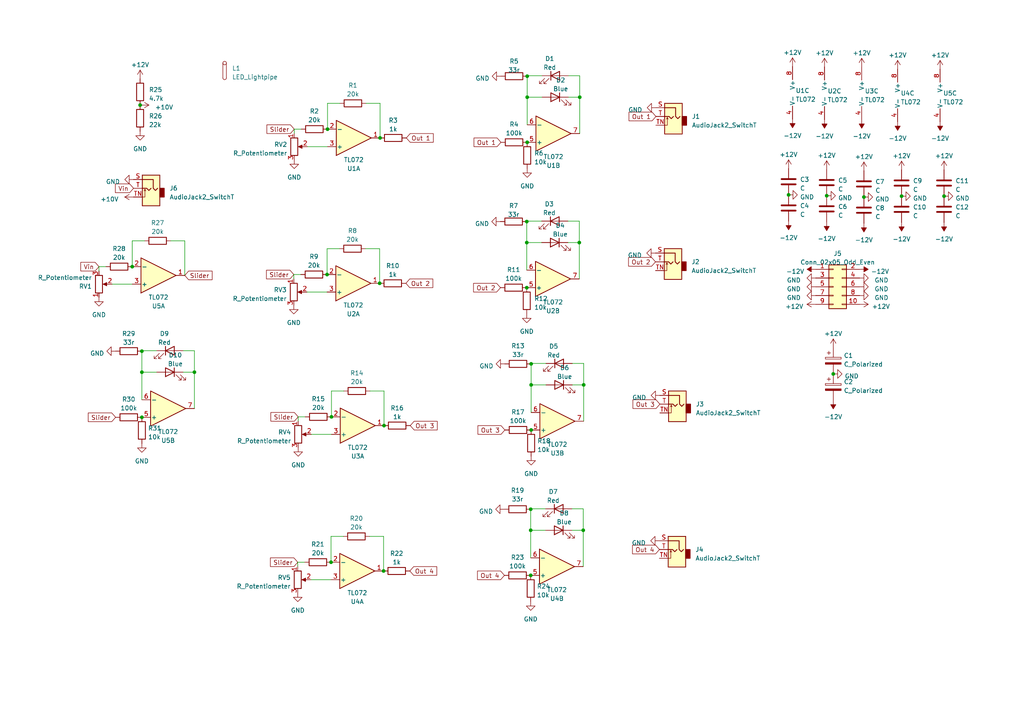
<source format=kicad_sch>
(kicad_sch (version 20230121) (generator eeschema)
  (paper "A4")
  (lib_symbols
    (symbol "Amplifier_Operational:TL072" (pin_names (offset 0.127))
      (property "Reference" "U" (at 0 5.08 0))
      (property "Value" "TL072" (at 0 -5.08 0))
      (symbol "TL072_1_1"
        (polyline (pts (xy -5.08 5.08) (xy 5.08 0) (xy -5.08 -5.08) (xy -5.08 5.08)) (stroke (width 0.254)) (fill (type background)))
        (pin output line (at 7.62 0 180) (length 2.54) (name "~") (number "1"))
        (pin input line (at -7.62 -2.54 0) (length 2.54) (name "-") (number "2"))
        (pin input line (at -7.62 2.54 0) (length 2.54) (name "+") (number "3"))
      )
      (symbol "TL072_2_1"
        (polyline (pts (xy -5.08 5.08) (xy 5.08 0) (xy -5.08 -5.08) (xy -5.08 5.08)) (stroke (width 0.254)) (fill (type background)))
        (pin input line (at -7.62 2.54 0) (length 2.54) (name "+") (number "5"))
        (pin input line (at -7.62 -2.54 0) (length 2.54) (name "-") (number "6"))
        (pin output line (at 7.62 0 180) (length 2.54) (name "~") (number "7"))
      )
      (symbol "TL072_3_1"
        (pin power_in line (at -2.54 -7.62 90) (length 3.81) (name "V-") (number "4"))
        (pin power_in line (at -2.54 7.62 270) (length 3.81) (name "V+") (number "8"))
      )
    )
    (symbol "Connector_Audio:AudioJack2_SwitchT"
      (property "Reference" "J" (at 0 8.89 0))
      (property "Value" "AudioJack2_SwitchT" (at 0 6.35 0))
      (symbol "AudioJack2_SwitchT_0_1"
        (rectangle (start -2.54 0) (end -3.81 -2.54) (stroke (width 0.254)) (fill (type outline)))
        (polyline (pts (xy 1.778 -0.254) (xy 2.032 -0.762)))
        (polyline (pts (xy 0 0) (xy 0.635 -0.635) (xy 1.27 0) (xy 2.54 0)) (stroke (width 0.254)))
        (polyline (pts (xy 2.54 -2.54) (xy 1.778 -2.54) (xy 1.778 -0.254) (xy 1.524 -0.762)))
        (polyline (pts (xy 2.54 2.54) (xy -0.635 2.54) (xy -0.635 0) (xy -1.27 -0.635) (xy -1.905 0)) (stroke (width 0.254)))
        (rectangle (start 2.54 3.81) (end -2.54 -5.08) (stroke (width 0.254)) (fill (type background)))
      )
      (symbol "AudioJack2_SwitchT_1_1"
        (pin passive line (at 5.08 2.54 180) (length 2.54) (name "~") (number "S"))
        (pin passive line (at 5.08 0 180) (length 2.54) (name "~") (number "T"))
        (pin passive line (at 5.08 -2.54 180) (length 2.54) (name "~") (number "TN"))
      )
    )
    (symbol "Connector_Generic:Conn_02x05_Odd_Even" (pin_names (offset 1.016) hide)
      (property "Reference" "J" (at 1.27 7.62 0))
      (property "Value" "Conn_02x05_Odd_Even" (at 1.27 -7.62 0))
      (symbol "Conn_02x05_Odd_Even_1_1"
        (rectangle (start -1.27 -4.953) (end 0 -5.207) (stroke (width 0.1524)))
        (rectangle (start -1.27 -2.413) (end 0 -2.667) (stroke (width 0.1524)))
        (rectangle (start -1.27 0.127) (end 0 -0.127) (stroke (width 0.1524)))
        (rectangle (start -1.27 2.667) (end 0 2.413) (stroke (width 0.1524)))
        (rectangle (start -1.27 5.207) (end 0 4.953) (stroke (width 0.1524)))
        (rectangle (start -1.27 6.35) (end 3.81 -6.35) (stroke (width 0.254)) (fill (type background)))
        (rectangle (start 3.81 -4.953) (end 2.54 -5.207) (stroke (width 0.1524)))
        (rectangle (start 3.81 -2.413) (end 2.54 -2.667) (stroke (width 0.1524)))
        (rectangle (start 3.81 0.127) (end 2.54 -0.127) (stroke (width 0.1524)))
        (rectangle (start 3.81 2.667) (end 2.54 2.413) (stroke (width 0.1524)))
        (rectangle (start 3.81 5.207) (end 2.54 4.953) (stroke (width 0.1524)))
        (pin passive line (at -5.08 5.08 0) (length 3.81) (name "Pin_1") (number "1"))
        (pin passive line (at 7.62 -5.08 180) (length 3.81) (name "Pin_10") (number "10"))
        (pin passive line (at 7.62 5.08 180) (length 3.81) (name "Pin_2") (number "2"))
        (pin passive line (at -5.08 2.54 0) (length 3.81) (name "Pin_3") (number "3"))
        (pin passive line (at 7.62 2.54 180) (length 3.81) (name "Pin_4") (number "4"))
        (pin passive line (at -5.08 0 0) (length 3.81) (name "Pin_5") (number "5"))
        (pin passive line (at 7.62 0 180) (length 3.81) (name "Pin_6") (number "6"))
        (pin passive line (at -5.08 -2.54 0) (length 3.81) (name "Pin_7") (number "7"))
        (pin passive line (at 7.62 -2.54 180) (length 3.81) (name "Pin_8") (number "8"))
        (pin passive line (at -5.08 -5.08 0) (length 3.81) (name "Pin_9") (number "9"))
      )
    )
    (symbol "Device:C" (pin_numbers hide) (pin_names (offset 0.254))
      (property "Reference" "C" (at 0.635 2.54 0))
      (property "Value" "C" (at 0.635 -2.54 0))
      (symbol "C_0_1"
        (polyline (pts (xy -2.032 -0.762) (xy 2.032 -0.762)) (stroke (width 0.508)))
        (polyline (pts (xy -2.032 0.762) (xy 2.032 0.762)) (stroke (width 0.508)))
      )
      (symbol "C_1_1"
        (pin passive line (at 0 3.81 270) (length 2.794) (name "~") (number "1"))
        (pin passive line (at 0 -3.81 90) (length 2.794) (name "~") (number "2"))
      )
    )
    (symbol "Device:C_Polarized" (pin_numbers hide) (pin_names (offset 0.254))
      (property "Reference" "C" (at 0.635 2.54 0))
      (property "Value" "C_Polarized" (at 0.635 -2.54 0))
      (symbol "C_Polarized_0_1"
        (rectangle (start -2.286 0.508) (end 2.286 1.016))
        (polyline (pts (xy -1.778 2.286) (xy -0.762 2.286)))
        (polyline (pts (xy -1.27 2.794) (xy -1.27 1.778)))
        (rectangle (start 2.286 -0.508) (end -2.286 -1.016) (fill (type outline)))
      )
      (symbol "C_Polarized_1_1"
        (pin passive line (at 0 3.81 270) (length 2.794) (name "~") (number "1"))
        (pin passive line (at 0 -3.81 90) (length 2.794) (name "~") (number "2"))
      )
    )
    (symbol "Device:LED" (pin_numbers hide) (pin_names (offset 1.016) hide)
      (property "Reference" "D" (at 0 2.54 0))
      (property "Value" "LED" (at 0 -2.54 0))
      (symbol "LED_0_1"
        (polyline (pts (xy -1.27 -1.27) (xy -1.27 1.27)) (stroke (width 0.254)))
        (polyline (pts (xy -1.27 0) (xy 1.27 0)))
        (polyline (pts (xy 1.27 -1.27) (xy 1.27 1.27) (xy -1.27 0) (xy 1.27 -1.27)) (stroke (width 0.254)))
        (polyline (pts (xy -3.048 -0.762) (xy -4.572 -2.286) (xy -3.81 -2.286) (xy -4.572 -2.286) (xy -4.572 -1.524)))
        (polyline (pts (xy -1.778 -0.762) (xy -3.302 -2.286) (xy -2.54 -2.286) (xy -3.302 -2.286) (xy -3.302 -1.524)))
      )
      (symbol "LED_1_1"
        (pin passive line (at -3.81 0 0) (length 2.54) (name "K") (number "1"))
        (pin passive line (at 3.81 0 180) (length 2.54) (name "A") (number "2"))
      )
    )
    (symbol "Device:R" (pin_numbers hide) (pin_names (offset 0))
      (property "Reference" "R" (at 2.032 0 90))
      (property "Value" "R" (at 0 0 90))
      (symbol "R_0_1"
        (rectangle (start -1.016 -2.54) (end 1.016 2.54) (stroke (width 0.254)))
      )
      (symbol "R_1_1"
        (pin passive line (at 0 3.81 270) (length 1.27) (name "~") (number "1"))
        (pin passive line (at 0 -3.81 90) (length 1.27) (name "~") (number "2"))
      )
    )
    (symbol "Device:R_Potentiometer" (pin_names (offset 1.016) hide)
      (property "Reference" "RV" (at -4.445 0 90))
      (property "Value" "R_Potentiometer" (at -2.54 0 90))
      (symbol "R_Potentiometer_0_1"
        (polyline (pts (xy 2.54 0) (xy 1.524 0)))
        (polyline (pts (xy 1.143 0) (xy 2.286 0.508) (xy 2.286 -0.508) (xy 1.143 0)) (fill (type outline)))
        (rectangle (start 1.016 2.54) (end -1.016 -2.54) (stroke (width 0.254)))
      )
      (symbol "R_Potentiometer_1_1"
        (pin passive line (at 0 3.81 270) (length 1.27) (name "1") (number "1"))
        (pin passive line (at 3.81 0 180) (length 1.27) (name "2") (number "2"))
        (pin passive line (at 0 -3.81 90) (length 1.27) (name "3") (number "3"))
      )
    )
    (symbol "Pale Slim Ghost:LED_Lightpipe"
      (property "Reference" "L" (at 0 0 0))
      (property "Value" "LED_Lightpipe" (at 0 0 0))
      (symbol "LED_Lightpipe_0_1"
        (arc (start -0.508 2.286) (mid 0 1.788) (end 0.508 2.286) (stroke (width 0.1524)))
        (polyline (pts (xy -0.508 6.604) (xy -0.508 2.286)) (stroke (width 0.1524)))
        (polyline (pts (xy 0.508 6.604) (xy 0.508 2.286)) (stroke (width 0.1524)))
        (circle (center 0 6.604) (radius 0.508) (stroke (width 0.1524)))
      )
    )
    (symbol "power:+10V" (power) (pin_names (offset 0))
      (property "Value" "+10V" (at 0 3.556 0))
      (symbol "+10V_0_1"
        (polyline (pts (xy -0.762 1.27) (xy 0 2.54)))
        (polyline (pts (xy 0 0) (xy 0 2.54)))
        (polyline (pts (xy 0 2.54) (xy 0.762 1.27)))
      )
      (symbol "+10V_1_1"
        (pin power_in line (at 0 0 90) (length 0) hide (name "+10V") (number "1"))
      )
    )
    (symbol "power:+12V" (power) (pin_names (offset 0))
      (property "Value" "+12V" (at 0 3.556 0))
      (symbol "+12V_0_1"
        (polyline (pts (xy -0.762 1.27) (xy 0 2.54)))
        (polyline (pts (xy 0 0) (xy 0 2.54)))
        (polyline (pts (xy 0 2.54) (xy 0.762 1.27)))
      )
      (symbol "+12V_1_1"
        (pin power_in line (at 0 0 90) (length 0) hide (name "+12V") (number "1"))
      )
    )
    (symbol "power:-12V" (power) (pin_names (offset 0))
      (property "Value" "-12V" (at 0 3.81 0))
      (symbol "-12V_0_0"
        (pin power_in line (at 0 0 90) (length 0) hide (name "-12V") (number "1"))
      )
      (symbol "-12V_0_1"
        (polyline (pts (xy 0 0) (xy 0 1.27) (xy 0.762 1.27) (xy 0 2.54) (xy -0.762 1.27) (xy 0 1.27)) (fill (type outline)))
      )
    )
    (symbol "power:GND" (power) (pin_names (offset 0))
      (property "Value" "GND" (at 0 -3.81 0))
      (symbol "GND_0_1"
        (polyline (pts (xy 0 0) (xy 0 -1.27) (xy 1.27 -1.27) (xy 0 -2.54) (xy -1.27 -1.27) (xy 0 -1.27)))
      )
      (symbol "GND_1_1"
        (pin power_in line (at 0 0 270) (length 0) hide (name "GND") (number "1"))
      )
    )
  )
  (junction (at 154.051 105.537))
  (junction (at 168.148 28.194))
  (junction (at 261.493 56.896))
  (junction (at 153.924 153.797))
  (junction (at 94.869 79.629))
  (junction (at 152.781 64.262))
  (junction (at 153.924 147.701))
  (junction (at 152.781 83.439))
  (junction (at 153.924 166.878))
  (junction (at 154.051 111.633))
  (junction (at 154.051 124.714))
  (junction (at 41.148 101.854))
  (junction (at 152.908 41.275))
  (junction (at 41.148 107.95))
  (junction (at 111.379 123.444))
  (junction (at 169.291 111.633))
  (junction (at 152.908 28.194))
  (junction (at 152.781 70.358))
  (junction (at 96.139 120.904))
  (junction (at 152.908 22.098))
  (junction (at 273.812 56.896))
  (junction (at 94.996 37.465))
  (junction (at 228.727 56.515))
  (junction (at 250.571 57.15))
  (junction (at 110.109 82.169))
  (junction (at 110.236 40.005))
  (junction (at 168.021 70.358))
  (junction (at 41.148 121.031))
  (junction (at 169.164 153.797))
  (junction (at 40.64 30.48))
  (junction (at 96.012 163.068))
  (junction (at 241.681 108.458))
  (junction (at 111.252 165.608))
  (junction (at 38.354 77.343))
  (junction (at 56.388 107.95))
  (junction (at 239.776 56.769))
  (wire (pts (xy 152.908 36.195) (xy 152.908 28.194)))
  (wire (pts (xy 56.388 107.95) (xy 56.388 118.491)))
  (wire (pts (xy 164.719 70.358) (xy 168.021 70.358)))
  (wire (pts (xy 110.109 82.169) (xy 110.109 72.136)))
  (wire (pts (xy 169.164 153.797) (xy 169.164 164.338)))
  (wire (pts (xy 168.021 70.358) (xy 168.021 80.899)))
  (wire (pts (xy 153.924 161.798) (xy 153.924 153.797)))
  (wire (pts (xy 53.086 101.727) (xy 56.388 101.727)))
  (wire (pts (xy 56.388 101.727) (xy 56.388 107.95)))
  (wire (pts (xy 164.846 21.971) (xy 168.148 21.971)))
  (wire (pts (xy 111.379 123.444) (xy 111.379 113.411)))
  (wire (pts (xy 153.924 147.701) (xy 153.924 147.574)))
  (wire (pts (xy 165.989 111.633) (xy 169.291 111.633)))
  (wire (pts (xy 94.869 72.136) (xy 94.869 79.629)))
  (wire (pts (xy 98.552 29.972) (xy 94.996 29.972)))
  (wire (pts (xy 169.291 111.633) (xy 169.291 122.174)))
  (wire (pts (xy 86.487 120.904) (xy 86.487 122.174)))
  (wire (pts (xy 53.594 79.883) (xy 53.594 69.85)))
  (wire (pts (xy 94.996 29.972) (xy 94.996 37.465)))
  (wire (pts (xy 111.379 113.411) (xy 107.315 113.411)))
  (wire (pts (xy 99.568 155.575) (xy 96.012 155.575)))
  (wire (pts (xy 153.924 147.574) (xy 158.242 147.574)))
  (wire (pts (xy 41.148 101.727) (xy 41.148 101.854)))
  (wire (pts (xy 154.051 119.634) (xy 154.051 111.633)))
  (wire (pts (xy 154.051 111.633) (xy 158.369 111.633)))
  (wire (pts (xy 168.021 64.135) (xy 168.021 70.358)))
  (wire (pts (xy 152.781 64.262) (xy 152.781 64.135)))
  (wire (pts (xy 110.236 40.005) (xy 110.236 29.972)))
  (wire (pts (xy 169.164 147.574) (xy 169.164 153.797)))
  (wire (pts (xy 88.519 120.904) (xy 86.487 120.904)))
  (wire (pts (xy 152.908 28.194) (xy 157.226 28.194)))
  (wire (pts (xy 90.297 125.984) (xy 96.139 125.984)))
  (wire (pts (xy 153.924 153.797) (xy 158.242 153.797)))
  (wire (pts (xy 164.846 28.194) (xy 168.148 28.194)))
  (wire (pts (xy 41.148 115.951) (xy 41.148 107.95)))
  (wire (pts (xy 87.376 37.465) (xy 85.344 37.465)))
  (wire (pts (xy 165.989 105.41) (xy 169.291 105.41)))
  (wire (pts (xy 111.252 155.575) (xy 107.188 155.575)))
  (wire (pts (xy 157.226 21.971) (xy 152.908 21.971)))
  (wire (pts (xy 86.36 163.068) (xy 86.36 164.338)))
  (wire (pts (xy 154.051 105.41) (xy 154.051 105.537)))
  (wire (pts (xy 45.466 101.727) (xy 41.148 101.727)))
  (wire (pts (xy 30.734 77.343) (xy 28.702 77.343)))
  (wire (pts (xy 165.862 153.797) (xy 169.164 153.797)))
  (wire (pts (xy 168.148 21.971) (xy 168.148 28.194)))
  (wire (pts (xy 87.249 79.629) (xy 85.217 79.629)))
  (wire (pts (xy 41.148 107.95) (xy 45.466 107.95)))
  (wire (pts (xy 28.702 77.343) (xy 28.702 78.613)))
  (wire (pts (xy 53.086 107.95) (xy 56.388 107.95)))
  (wire (pts (xy 153.924 153.797) (xy 153.924 147.701)))
  (wire (pts (xy 152.908 21.971) (xy 152.908 22.098)))
  (wire (pts (xy 85.344 37.465) (xy 85.344 38.735)))
  (wire (pts (xy 111.252 165.608) (xy 111.252 155.575)))
  (wire (pts (xy 89.154 42.545) (xy 94.996 42.545)))
  (wire (pts (xy 158.369 105.41) (xy 154.051 105.41)))
  (wire (pts (xy 152.781 64.135) (xy 157.099 64.135)))
  (wire (pts (xy 96.012 155.575) (xy 96.012 163.068)))
  (wire (pts (xy 164.719 64.135) (xy 168.021 64.135)))
  (wire (pts (xy 169.291 105.41) (xy 169.291 111.633)))
  (wire (pts (xy 41.91 69.85) (xy 38.354 69.85)))
  (wire (pts (xy 98.425 72.136) (xy 94.869 72.136)))
  (wire (pts (xy 99.695 113.411) (xy 96.139 113.411)))
  (wire (pts (xy 165.862 147.574) (xy 169.164 147.574)))
  (wire (pts (xy 89.027 84.709) (xy 94.869 84.709)))
  (wire (pts (xy 152.908 28.194) (xy 152.908 22.098)))
  (wire (pts (xy 154.051 111.633) (xy 154.051 105.537)))
  (wire (pts (xy 152.781 70.358) (xy 152.781 64.262)))
  (wire (pts (xy 32.512 82.423) (xy 38.354 82.423)))
  (wire (pts (xy 152.781 78.359) (xy 152.781 70.358)))
  (wire (pts (xy 110.109 72.136) (xy 106.045 72.136)))
  (wire (pts (xy 38.354 69.85) (xy 38.354 77.343)))
  (wire (pts (xy 90.17 168.148) (xy 96.012 168.148)))
  (wire (pts (xy 152.781 70.358) (xy 157.099 70.358)))
  (wire (pts (xy 85.217 79.629) (xy 85.217 80.899)))
  (wire (pts (xy 88.392 163.068) (xy 86.36 163.068)))
  (wire (pts (xy 41.148 107.95) (xy 41.148 101.854)))
  (wire (pts (xy 53.594 69.85) (xy 49.53 69.85)))
  (wire (pts (xy 110.236 29.972) (xy 106.172 29.972)))
  (wire (pts (xy 168.148 28.194) (xy 168.148 38.735)))
  (wire (pts (xy 96.139 113.411) (xy 96.139 120.904)))
  (global_label "Vin" (shape input) (at 38.735 54.61 180) (property "Intersheetrefs" "${INTERSHEET_REFS}" (effects hide)))
  (global_label "Slider" (shape input) (at 33.528 121.031 180) (property "Intersheetrefs" "${INTERSHEET_REFS}" (effects hide)))
  (global_label "Out 3" (shape input) (at 191.389 117.221 180) (property "Intersheetrefs" "${INTERSHEET_REFS}" (effects hide)))
  (global_label "Out 3" (shape input) (at 146.431 124.714 180) (property "Intersheetrefs" "${INTERSHEET_REFS}" (effects hide)))
  (global_label "Out 2" (shape input) (at 145.161 83.439 180) (property "Intersheetrefs" "${INTERSHEET_REFS}" (effects hide)))
  (global_label "Out 3" (shape input) (at 118.999 123.444 0) (property "Intersheetrefs" "${INTERSHEET_REFS}" (effects hide)))
  (global_label "Out 1" (shape input) (at 190.246 33.782 180) (property "Intersheetrefs" "${INTERSHEET_REFS}" (effects hide)))
  (global_label "Slider" (shape input) (at 85.217 79.629 180) (property "Intersheetrefs" "${INTERSHEET_REFS}" (effects hide)))
  (global_label "Out 2" (shape input) (at 117.729 82.169 0) (property "Intersheetrefs" "${INTERSHEET_REFS}" (effects hide)))
  (global_label "Slider" (shape input) (at 53.594 79.883 0) (property "Intersheetrefs" "${INTERSHEET_REFS}" (effects hide)))
  (global_label "Out 4" (shape input) (at 118.872 165.608 0) (property "Intersheetrefs" "${INTERSHEET_REFS}" (effects hide)))
  (global_label "Out 4" (shape input) (at 191.262 159.385 180) (property "Intersheetrefs" "${INTERSHEET_REFS}" (effects hide)))
  (global_label "Out 1" (shape input) (at 117.856 40.005 0) (property "Intersheetrefs" "${INTERSHEET_REFS}" (effects hide)))
  (global_label "Out 2" (shape input) (at 190.119 75.946 180) (property "Intersheetrefs" "${INTERSHEET_REFS}" (effects hide)))
  (global_label "Vin" (shape input) (at 28.702 77.343 180) (property "Intersheetrefs" "${INTERSHEET_REFS}" (effects hide)))
  (global_label "Out 4" (shape input) (at 146.304 166.878 180) (property "Intersheetrefs" "${INTERSHEET_REFS}" (effects hide)))
  (global_label "Out 1" (shape input) (at 145.288 41.275 180) (property "Intersheetrefs" "${INTERSHEET_REFS}" (effects hide)))
  (global_label "Slider" (shape input) (at 86.36 163.068 180) (property "Intersheetrefs" "${INTERSHEET_REFS}" (effects hide)))
  (global_label "Slider" (shape input) (at 86.487 120.904 180) (property "Intersheetrefs" "${INTERSHEET_REFS}" (effects hide)))
  (global_label "Slider" (shape input) (at 85.344 37.465 180) (property "Intersheetrefs" "${INTERSHEET_REFS}" (effects hide)))
  (symbol (lib_id "Connector_Audio:AudioJack2_SwitchT") (at 195.199 75.946 0) (mirror y) (unit 1) (in_bom no)
    (property "Reference" "J2" (at 200.533 75.946 0) (effects (justify right)))
    (property "Value" "AudioJack2_SwitchT" (at 200.533 78.486 0) (effects (justify right)))
    (property "Footprint" "Pale Slim Ghost:Jack_3.5mm_QingPu_WQP-PJ398SM_Vertical" (effects hide))
  )
  (symbol (lib_id "Device:LED") (at 162.052 153.797 0) (mirror y) (unit 1) (in_bom no)
    (property "Reference" "D8" (at 163.6395 148.844 0))
    (property "Value" "Blue" (at 163.6395 151.384 0))
    (property "Footprint" "LED_SMD:LED_0805_2012Metric_Pad1.15x1.40mm_HandSolder" (effects hide))
  )
  (symbol (lib_id "Device:R") (at 45.72 69.85 90) (unit 1)
    (property "Reference" "R27" (at 45.72 64.643 90))
    (property "Value" "20k" (at 45.72 67.183 90))
    (property "Footprint" "Resistor_SMD:R_0402_1005Metric" (effects hide))
    (property "LCSC" "C25765" (effects hide))
  )
  (symbol (lib_id "Device:C_Polarized") (at 241.681 112.268 0) (unit 1)
    (property "Reference" "C2" (at 244.729 110.744 0) (effects (justify left)))
    (property "Value" "C_Polarized" (at 244.729 113.284 0) (effects (justify left)))
    (property "Footprint" "Capacitor_Tantalum_SMD:CP_EIA-3216-18_Kemet-A" (effects hide))
    (property "LCSC" "C7171" (effects hide))
  )
  (symbol (lib_id "power:GND") (at 190.119 73.406 270) (unit 1)
    (property "Reference" "#PWR08" (effects hide))
    (property "Value" "GND" (at 186.182 74.041 90) (effects (justify right)))
  )
  (symbol (lib_id "power:GND") (at 85.217 88.519 0) (unit 1)
    (property "Reference" "#PWR09" (effects hide))
    (property "Value" "GND" (at 85.217 93.599 0))
  )
  (symbol (lib_id "power:+12V") (at 260.35 20.066 0) (unit 1)
    (property "Reference" "#PWR040" (effects hide))
    (property "Value" "+12V" (at 260.35 16.002 0))
  )
  (symbol (lib_id "Amplifier_Operational:TL072") (at 262.89 27.686 0) (unit 3)
    (property "Reference" "U4" (at 261.239 27.051 0) (effects (justify left)))
    (property "Value" "TL072" (at 261.239 29.591 0) (effects (justify left)))
    (property "Footprint" "Package_TO_SOT_SMD:SOT-23-8" (effects hide))
    (property "Datasheet" "http://www.ti.com/lit/ds/symlink/tl071.pdf" (effects hide))
    (property "LCSC" "C4370550" (effects hide))
  )
  (symbol (lib_id "power:GND") (at 146.304 147.701 270) (unit 1)
    (property "Reference" "#PWR015" (effects hide))
    (property "Value" "GND" (at 143.002 148.336 90) (effects (justify right)))
  )
  (symbol (lib_id "Device:R") (at 150.241 124.714 270) (unit 1)
    (property "Reference" "R17" (at 150.241 119.507 90))
    (property "Value" "100k" (at 150.241 122.047 90))
    (property "Footprint" "Resistor_SMD:R_0402_1005Metric" (effects hide))
    (property "LCSC" "C25741" (effects hide))
  )
  (symbol (lib_id "Device:R") (at 92.202 163.068 90) (unit 1)
    (property "Reference" "R21" (at 92.202 157.861 90))
    (property "Value" "20k" (at 92.202 160.401 90))
    (property "Footprint" "Resistor_SMD:R_0402_1005Metric" (effects hide))
    (property "LCSC" "C25765" (effects hide))
  )
  (symbol (lib_id "Device:R") (at 92.329 120.904 90) (unit 1)
    (property "Reference" "R15" (at 92.329 115.697 90))
    (property "Value" "20k" (at 92.329 118.237 90))
    (property "Footprint" "Resistor_SMD:R_0402_1005Metric" (effects hide))
    (property "LCSC" "C25765" (effects hide))
  )
  (symbol (lib_id "power:+10V") (at 38.735 57.15 90) (mirror x) (unit 1)
    (property "Reference" "#PWR06" (effects hide))
    (property "Value" "+10V" (at 34.417 57.785 90) (effects (justify left)))
  )
  (symbol (lib_id "power:GND") (at 152.781 91.059 0) (unit 1)
    (property "Reference" "#PWR010" (effects hide))
    (property "Value" "GND" (at 152.781 96.139 0))
  )
  (symbol (lib_id "power:-12V") (at 249.936 34.671 180) (unit 1)
    (property "Reference" "#PWR039" (effects hide))
    (property "Value" "-12V" (at 249.936 39.497 0))
  )
  (symbol (lib_id "power:-12V") (at 236.601 78.105 90) (unit 1)
    (property "Reference" "#PWR055" (effects hide))
    (property "Value" "-12V" (at 233.299 78.74 90) (effects (justify left)))
  )
  (symbol (lib_id "power:GND") (at 146.431 105.537 270) (unit 1)
    (property "Reference" "#PWR011" (effects hide))
    (property "Value" "GND" (at 143.129 106.172 90) (effects (justify right)))
  )
  (symbol (lib_id "power:GND") (at 190.246 31.242 270) (unit 1)
    (property "Reference" "#PWR04" (effects hide))
    (property "Value" "GND" (at 186.309 31.877 90) (effects (justify right)))
  )
  (symbol (lib_id "power:GND") (at 33.528 101.854 270) (unit 1)
    (property "Reference" "#PWR046" (effects hide))
    (property "Value" "GND" (at 30.226 102.489 90) (effects (justify right)))
  )
  (symbol (lib_id "power:GND") (at 239.776 56.769 90) (unit 1)
    (property "Reference" "#PWR026" (effects hide))
    (property "Value" "GND" (at 243.078 57.404 90) (effects (justify right)))
  )
  (symbol (lib_id "Amplifier_Operational:TL072") (at 232.41 26.924 0) (unit 3)
    (property "Reference" "U1" (at 230.759 26.289 0) (effects (justify left)))
    (property "Value" "TL072" (at 230.759 28.829 0) (effects (justify left)))
    (property "Footprint" "Package_TO_SOT_SMD:SOT-23-8" (effects hide))
    (property "Datasheet" "http://www.ti.com/lit/ds/symlink/tl071.pdf" (effects hide))
    (property "LCSC" "C4370550" (effects hide))
  )
  (symbol (lib_id "Device:R") (at 148.971 64.262 270) (unit 1)
    (property "Reference" "R7" (at 148.971 59.69 90))
    (property "Value" "33r" (at 148.971 62.23 90))
    (property "Footprint" "Resistor_SMD:R_0402_1005Metric" (effects hide))
    (property "LCSC" "C25105" (effects hide))
  )
  (symbol (lib_id "Device:LED") (at 162.179 111.633 0) (mirror y) (unit 1) (in_bom no)
    (property "Reference" "D6" (at 163.7665 106.68 0))
    (property "Value" "Blue" (at 163.7665 109.22 0))
    (property "Footprint" "LED_SMD:LED_0805_2012Metric_Pad1.15x1.40mm_HandSolder" (effects hide))
  )
  (symbol (lib_id "power:GND") (at 40.64 38.1 0) (unit 1)
    (property "Reference" "#PWR044" (effects hide))
    (property "Value" "GND" (at 40.64 43.18 0))
  )
  (symbol (lib_id "power:+10V") (at 40.64 30.48 270) (unit 1)
    (property "Reference" "#PWR042" (effects hide))
    (property "Value" "+10V" (at 44.958 31.115 90) (effects (justify left)))
  )
  (symbol (lib_id "power:GND") (at 261.493 56.896 90) (unit 1)
    (property "Reference" "#PWR032" (effects hide))
    (property "Value" "GND" (at 264.795 57.531 90) (effects (justify right)))
  )
  (symbol (lib_id "Device:LED") (at 49.276 107.95 0) (mirror y) (unit 1) (in_bom no)
    (property "Reference" "D10" (at 50.8635 102.997 0))
    (property "Value" "Blue" (at 50.8635 105.537 0))
    (property "Footprint" "LED_SMD:LED_0805_2012Metric_Pad1.15x1.40mm_HandSolder" (effects hide))
  )
  (symbol (lib_id "power:-12V") (at 249.301 78.105 270) (mirror x) (unit 1)
    (property "Reference" "#PWR058" (effects hide))
    (property "Value" "-12V" (at 252.603 78.74 90) (effects (justify left)))
  )
  (symbol (lib_id "power:GND") (at 191.262 156.845 270) (unit 1)
    (property "Reference" "#PWR016" (effects hide))
    (property "Value" "GND" (at 187.325 157.48 90) (effects (justify right)))
  )
  (symbol (lib_id "Amplifier_Operational:TL072") (at 161.544 164.338 0) (mirror x) (unit 2)
    (property "Reference" "U4" (at 161.544 173.609 0))
    (property "Value" "TL072" (at 161.544 171.069 0))
    (property "Footprint" "Package_TO_SOT_SMD:SOT-23-8" (effects hide))
    (property "Datasheet" "http://www.ti.com/lit/ds/symlink/tl071.pdf" (effects hide))
    (property "LCSC" "C4370550" (effects hide))
  )
  (symbol (lib_id "Device:R") (at 37.338 121.031 270) (unit 1)
    (property "Reference" "R30" (at 37.338 115.824 90))
    (property "Value" "100k" (at 37.338 118.364 90))
    (property "Footprint" "Resistor_SMD:R_0402_1005Metric" (effects hide))
    (property "LCSC" "C25741" (effects hide))
  )
  (symbol (lib_id "power:+12V") (at 273.812 49.276 0) (unit 1)
    (property "Reference" "#PWR050" (effects hide))
    (property "Value" "+12V" (at 273.812 45.212 0))
  )
  (symbol (lib_id "power:GND") (at 86.487 129.794 0) (unit 1)
    (property "Reference" "#PWR013" (effects hide))
    (property "Value" "GND" (at 86.487 134.874 0))
  )
  (symbol (lib_id "Amplifier_Operational:TL072") (at 102.489 82.169 0) (mirror x) (unit 1)
    (property "Reference" "U2" (at 102.489 91.059 0))
    (property "Value" "TL072" (at 102.489 88.519 0))
    (property "Footprint" "Package_TO_SOT_SMD:SOT-23-8" (effects hide))
    (property "Datasheet" "http://www.ti.com/lit/ds/symlink/tl071.pdf" (effects hide))
    (property "LCSC" "C4370550" (effects hide))
  )
  (symbol (lib_id "Device:R_Potentiometer") (at 86.36 168.148 0) (unit 1) (in_bom no)
    (property "Reference" "RV5" (at 84.328 167.513 0) (effects (justify right)))
    (property "Value" "R_Potentiometer" (at 84.328 170.053 0) (effects (justify right)))
    (property "Footprint" "Pale Slim Ghost:Potentiometer_Song_Huei_R0904N" (effects hide))
  )
  (symbol (lib_id "power:GND") (at 273.812 56.896 90) (unit 1)
    (property "Reference" "#PWR051" (effects hide))
    (property "Value" "GND" (at 277.114 57.531 90) (effects (justify right)))
  )
  (symbol (lib_id "Connector_Generic:Conn_02x05_Odd_Even") (at 241.681 83.185 0) (unit 1) (in_bom no)
    (property "Reference" "J5" (at 242.951 73.533 0))
    (property "Value" "Conn_02x05_Odd_Even" (at 242.951 76.073 0))
    (property "Footprint" "Connector_PinHeader_2.54mm:PinHeader_2x05_P2.54mm_Vertical_SMD" (effects hide))
  )
  (symbol (lib_id "Device:R_Potentiometer") (at 85.217 84.709 0) (unit 1) (in_bom no)
    (property "Reference" "RV3" (at 83.185 84.074 0) (effects (justify right)))
    (property "Value" "R_Potentiometer" (at 83.185 86.614 0) (effects (justify right)))
    (property "Footprint" "Pale Slim Ghost:Potentiometer_Song_Huei_R0904N" (effects hide))
  )
  (symbol (lib_id "power:+12V") (at 249.936 19.431 0) (unit 1)
    (property "Reference" "#PWR038" (effects hide))
    (property "Value" "+12V" (at 249.936 15.367 0))
  )
  (symbol (lib_id "Device:R") (at 103.378 155.575 90) (unit 1)
    (property "Reference" "R20" (at 103.378 150.368 90))
    (property "Value" "20k" (at 103.378 152.908 90))
    (property "Footprint" "Resistor_SMD:R_0402_1005Metric" (effects hide))
    (property "LCSC" "C25765" (effects hide))
  )
  (symbol (lib_id "Device:R_Potentiometer") (at 86.487 125.984 0) (unit 1) (in_bom no)
    (property "Reference" "RV4" (at 84.455 125.349 0) (effects (justify right)))
    (property "Value" "R_Potentiometer" (at 84.455 127.889 0) (effects (justify right)))
    (property "Footprint" "Pale Slim Ghost:Potentiometer_Song_Huei_R0904N" (effects hide))
  )
  (symbol (lib_id "power:GND") (at 249.301 80.645 90) (mirror x) (unit 1)
    (property "Reference" "#PWR059" (effects hide))
    (property "Value" "GND" (at 253.619 81.28 90) (effects (justify right)))
  )
  (symbol (lib_id "Device:R") (at 114.046 40.005 90) (unit 1)
    (property "Reference" "R3" (at 114.046 34.925 90))
    (property "Value" "1k" (at 114.046 37.465 90))
    (property "Footprint" "Resistor_SMD:R_0402_1005Metric" (effects hide))
    (property "LCSC" "C11702" (effects hide))
  )
  (symbol (lib_id "power:+12V") (at 239.776 49.149 0) (unit 1)
    (property "Reference" "#PWR025" (effects hide))
    (property "Value" "+12V" (at 239.776 45.085 0))
  )
  (symbol (lib_id "power:-12V") (at 273.812 64.516 180) (unit 1)
    (property "Reference" "#PWR052" (effects hide))
    (property "Value" "-12V" (at 273.812 69.342 0))
  )
  (symbol (lib_id "Amplifier_Operational:TL072") (at 275.209 27.686 0) (unit 3)
    (property "Reference" "U5" (at 273.558 27.051 0) (effects (justify left)))
    (property "Value" "TL072" (at 273.558 29.591 0) (effects (justify left)))
    (property "Footprint" "Package_TO_SOT_SMD:SOT-23-8" (effects hide))
    (property "Datasheet" "http://www.ti.com/lit/ds/symlink/tl071.pdf" (effects hide))
    (property "LCSC" "C4370550" (effects hide))
  )
  (symbol (lib_id "power:GND") (at 250.571 57.15 90) (unit 1)
    (property "Reference" "#PWR029" (effects hide))
    (property "Value" "GND" (at 253.873 57.785 90) (effects (justify right)))
  )
  (symbol (lib_id "power:-12V") (at 272.669 35.306 180) (unit 1)
    (property "Reference" "#PWR049" (effects hide))
    (property "Value" "-12V" (at 272.669 40.132 0))
  )
  (symbol (lib_id "Amplifier_Operational:TL072") (at 160.401 80.899 0) (mirror x) (unit 2)
    (property "Reference" "U2" (at 160.401 90.17 0))
    (property "Value" "TL072" (at 160.401 87.63 0))
    (property "Footprint" "Package_TO_SOT_SMD:SOT-23-8" (effects hide))
    (property "Datasheet" "http://www.ti.com/lit/ds/symlink/tl071.pdf" (effects hide))
    (property "LCSC" "C4370550" (effects hide))
  )
  (symbol (lib_id "Device:R") (at 113.919 82.169 90) (unit 1)
    (property "Reference" "R10" (at 113.919 77.089 90))
    (property "Value" "1k" (at 113.919 79.629 90))
    (property "Footprint" "Resistor_SMD:R_0402_1005Metric" (effects hide))
    (property "LCSC" "C11702" (effects hide))
  )
  (symbol (lib_id "power:GND") (at 154.051 132.334 0) (unit 1)
    (property "Reference" "#PWR014" (effects hide))
    (property "Value" "GND" (at 154.051 137.414 0))
  )
  (symbol (lib_id "Device:R") (at 91.059 79.629 90) (unit 1)
    (property "Reference" "R9" (at 91.059 74.422 90))
    (property "Value" "20k" (at 91.059 76.962 90))
    (property "Footprint" "Resistor_SMD:R_0402_1005Metric" (effects hide))
    (property "LCSC" "C25765" (effects hide))
  )
  (symbol (lib_id "power:+12V") (at 229.87 19.304 0) (unit 1)
    (property "Reference" "#PWR034" (effects hide))
    (property "Value" "+12V" (at 229.87 15.24 0))
  )
  (symbol (lib_id "Pale Slim Ghost:LED_Lightpipe") (at 65.151 24.892 0) (unit 1) (in_bom no)
    (property "Reference" "L1" (at 67.31 19.807 0) (effects (justify left)))
    (property "Value" "LED_Lightpipe" (at 67.31 22.347 0) (effects (justify left)))
    (property "Footprint" "Pale Slim Ghost:VBL Lightpipe" (effects hide))
  )
  (symbol (lib_id "Device:LED") (at 49.276 101.727 0) (unit 1) (in_bom no)
    (property "Reference" "D9" (at 47.6885 96.774 0))
    (property "Value" "Red" (at 47.6885 99.314 0))
    (property "Footprint" "LED_SMD:LED_0805_2012Metric_Pad1.15x1.40mm_HandSolder" (effects hide))
  )
  (symbol (lib_id "Amplifier_Operational:TL072") (at 103.632 165.608 0) (mirror x) (unit 1)
    (property "Reference" "U4" (at 103.632 174.498 0))
    (property "Value" "TL072" (at 103.632 171.958 0))
    (property "Footprint" "Package_TO_SOT_SMD:SOT-23-8" (effects hide))
    (property "Datasheet" "http://www.ti.com/lit/ds/symlink/tl071.pdf" (effects hide))
    (property "LCSC" "C4370550" (effects hide))
  )
  (symbol (lib_id "Device:LED") (at 162.052 147.574 0) (unit 1) (in_bom no)
    (property "Reference" "D7" (at 160.4645 142.621 0))
    (property "Value" "Red" (at 160.4645 145.161 0))
    (property "Footprint" "LED_SMD:LED_0805_2012Metric_Pad1.15x1.40mm_HandSolder" (effects hide))
  )
  (symbol (lib_id "power:GND") (at 85.344 46.355 0) (unit 1)
    (property "Reference" "#PWR01" (effects hide))
    (property "Value" "GND" (at 85.344 51.435 0))
  )
  (symbol (lib_id "Connector_Audio:AudioJack2_SwitchT") (at 196.342 159.385 0) (mirror y) (unit 1) (in_bom no)
    (property "Reference" "J4" (at 201.676 159.385 0) (effects (justify right)))
    (property "Value" "AudioJack2_SwitchT" (at 201.676 161.925 0) (effects (justify right)))
    (property "Footprint" "Pale Slim Ghost:Jack_3.5mm_QingPu_WQP-PJ398SM_Vertical" (effects hide))
  )
  (symbol (lib_id "Device:C_Polarized") (at 241.681 104.648 0) (unit 1)
    (property "Reference" "C1" (at 244.729 103.124 0) (effects (justify left)))
    (property "Value" "C_Polarized" (at 244.729 105.664 0) (effects (justify left)))
    (property "Footprint" "Capacitor_Tantalum_SMD:CP_EIA-3216-18_Kemet-A" (effects hide))
    (property "LCSC" "C7171" (effects hide))
  )
  (symbol (lib_id "Device:C") (at 261.493 53.086 0) (unit 1)
    (property "Reference" "C9" (at 264.795 52.451 0) (effects (justify left)))
    (property "Value" "C" (at 264.795 54.991 0) (effects (justify left)))
    (property "Footprint" "Capacitor_SMD:C_0402_1005Metric" (effects hide))
    (property "LCSC" "C1525" (effects hide))
  )
  (symbol (lib_id "Device:R") (at 148.971 83.439 270) (unit 1)
    (property "Reference" "R11" (at 148.971 78.232 90))
    (property "Value" "100k" (at 148.971 80.772 90))
    (property "Footprint" "Resistor_SMD:R_0402_1005Metric" (effects hide))
    (property "LCSC" "C25741" (effects hide))
  )
  (symbol (lib_id "Device:LED") (at 161.036 28.194 0) (mirror y) (unit 1) (in_bom no)
    (property "Reference" "D2" (at 162.6235 23.241 0))
    (property "Value" "Blue" (at 162.6235 25.781 0))
    (property "Footprint" "LED_SMD:LED_0805_2012Metric_Pad1.15x1.40mm_HandSolder" (effects hide))
  )
  (symbol (lib_id "power:+12V") (at 250.571 49.53 0) (unit 1)
    (property "Reference" "#PWR028" (effects hide))
    (property "Value" "+12V" (at 250.571 45.466 0))
  )
  (symbol (lib_id "power:-12V") (at 261.493 64.516 180) (unit 1)
    (property "Reference" "#PWR033" (effects hide))
    (property "Value" "-12V" (at 261.493 69.342 0))
  )
  (symbol (lib_id "power:-12V") (at 241.681 116.078 180) (unit 1)
    (property "Reference" "#PWR021" (effects hide))
    (property "Value" "-12V" (at 241.681 120.904 0))
  )
  (symbol (lib_id "Amplifier_Operational:TL072") (at 252.476 27.051 0) (unit 3)
    (property "Reference" "U3" (at 250.825 26.416 0) (effects (justify left)))
    (property "Value" "TL072" (at 250.825 28.956 0) (effects (justify left)))
    (property "Footprint" "Package_TO_SOT_SMD:SOT-23-8" (effects hide))
    (property "Datasheet" "http://www.ti.com/lit/ds/symlink/tl071.pdf" (effects hide))
    (property "LCSC" "C4370550" (effects hide))
  )
  (symbol (lib_id "Device:R") (at 152.908 45.085 0) (unit 1)
    (property "Reference" "R6" (at 154.94 44.45 0) (effects (justify left)))
    (property "Value" "10k" (at 154.94 46.99 0) (effects (justify left)))
    (property "Footprint" "Resistor_SMD:R_0402_1005Metric" (effects hide))
    (property "LCSC" "C25744" (effects hide))
  )
  (symbol (lib_id "power:GND") (at 152.908 48.895 0) (unit 1)
    (property "Reference" "#PWR02" (effects hide))
    (property "Value" "GND" (at 152.908 53.975 0))
  )
  (symbol (lib_id "Device:R") (at 37.338 101.854 270) (unit 1)
    (property "Reference" "R29" (at 37.338 96.774 90))
    (property "Value" "33r" (at 37.338 99.314 90))
    (property "Footprint" "Resistor_SMD:R_0402_1005Metric" (effects hide))
    (property "LCSC" "C25105" (effects hide))
  )
  (symbol (lib_id "Device:C") (at 273.812 53.086 0) (unit 1)
    (property "Reference" "C11" (at 277.114 52.451 0) (effects (justify left)))
    (property "Value" "C" (at 277.114 54.991 0) (effects (justify left)))
    (property "Footprint" "Capacitor_SMD:C_0402_1005Metric" (effects hide))
    (property "LCSC" "C1525" (effects hide))
  )
  (symbol (lib_id "power:GND") (at 236.601 85.725 270) (unit 1)
    (property "Reference" "#PWR054" (effects hide))
    (property "Value" "GND" (at 232.283 86.36 90) (effects (justify right)))
  )
  (symbol (lib_id "power:GND") (at 249.301 83.185 90) (mirror x) (unit 1)
    (property "Reference" "#PWR060" (effects hide))
    (property "Value" "GND" (at 253.619 83.82 90) (effects (justify right)))
  )
  (symbol (lib_id "Amplifier_Operational:TL072") (at 103.759 123.444 0) (mirror x) (unit 1)
    (property "Reference" "U3" (at 103.759 132.334 0))
    (property "Value" "TL072" (at 103.759 129.794 0))
    (property "Footprint" "Package_TO_SOT_SMD:SOT-23-8" (effects hide))
    (property "Datasheet" "http://www.ti.com/lit/ds/symlink/tl071.pdf" (effects hide))
    (property "LCSC" "C4370550" (effects hide))
  )
  (symbol (lib_id "Device:R_Potentiometer") (at 85.344 42.545 0) (unit 1) (in_bom no)
    (property "Reference" "RV2" (at 83.312 41.91 0) (effects (justify right)))
    (property "Value" "R_Potentiometer" (at 83.312 44.45 0) (effects (justify right)))
    (property "Footprint" "Pale Slim Ghost:Potentiometer_Song_Huei_R0904N" (effects hide))
  )
  (symbol (lib_id "power:GND") (at 228.727 56.515 90) (unit 1)
    (property "Reference" "#PWR023" (effects hide))
    (property "Value" "GND" (at 232.029 57.15 90) (effects (justify right)))
  )
  (symbol (lib_id "Device:R") (at 41.148 124.841 0) (unit 1)
    (property "Reference" "R31" (at 42.926 124.206 0) (effects (justify left)))
    (property "Value" "10k" (at 42.926 126.746 0) (effects (justify left)))
    (property "Footprint" "Resistor_SMD:R_0402_1005Metric" (effects hide))
    (property "LCSC" "C25744" (effects hide))
  )
  (symbol (lib_id "Device:R") (at 34.544 77.343 90) (unit 1)
    (property "Reference" "R28" (at 34.544 72.136 90))
    (property "Value" "20k" (at 34.544 74.676 90))
    (property "Footprint" "Resistor_SMD:R_0402_1005Metric" (effects hide))
    (property "LCSC" "C25765" (effects hide))
  )
  (symbol (lib_id "Device:R") (at 102.362 29.972 90) (unit 1)
    (property "Reference" "R1" (at 102.362 24.765 90))
    (property "Value" "20k" (at 102.362 27.305 90))
    (property "Footprint" "Resistor_SMD:R_0402_1005Metric" (effects hide))
    (property "LCSC" "C25765" (effects hide))
  )
  (symbol (lib_id "Device:R") (at 102.235 72.136 90) (unit 1)
    (property "Reference" "R8" (at 102.235 66.929 90))
    (property "Value" "20k" (at 102.235 69.469 90))
    (property "Footprint" "Resistor_SMD:R_0402_1005Metric" (effects hide))
    (property "LCSC" "C25765" (effects hide))
  )
  (symbol (lib_id "Device:R") (at 150.114 147.701 270) (unit 1)
    (property "Reference" "R19" (at 150.114 142.24 90))
    (property "Value" "33r" (at 150.114 144.78 90))
    (property "Footprint" "Resistor_SMD:R_0402_1005Metric" (effects hide))
    (property "LCSC" "C25105" (effects hide))
  )
  (symbol (lib_id "power:-12V") (at 239.141 34.671 180) (unit 1)
    (property "Reference" "#PWR037" (effects hide))
    (property "Value" "-12V" (at 239.141 39.497 0))
  )
  (symbol (lib_id "power:+12V") (at 40.64 22.86 0) (unit 1)
    (property "Reference" "#PWR043" (effects hide))
    (property "Value" "+12V" (at 40.64 18.796 0))
  )
  (symbol (lib_id "Device:C") (at 228.727 52.705 0) (unit 1)
    (property "Reference" "C3" (at 232.029 52.07 0) (effects (justify left)))
    (property "Value" "C" (at 232.029 54.61 0) (effects (justify left)))
    (property "Footprint" "Capacitor_SMD:C_0402_1005Metric" (effects hide))
    (property "LCSC" "C1525" (effects hide))
  )
  (symbol (lib_id "Device:LED") (at 160.909 64.135 0) (unit 1) (in_bom no)
    (property "Reference" "D3" (at 159.3215 59.182 0))
    (property "Value" "Red" (at 159.3215 61.722 0))
    (property "Footprint" "LED_SMD:LED_0805_2012Metric_Pad1.15x1.40mm_HandSolder" (effects hide))
  )
  (symbol (lib_id "power:GND") (at 28.702 86.233 0) (unit 1)
    (property "Reference" "#PWR045" (effects hide))
    (property "Value" "GND" (at 28.702 91.313 0))
  )
  (symbol (lib_id "power:-12V") (at 250.571 64.77 180) (unit 1)
    (property "Reference" "#PWR030" (effects hide))
    (property "Value" "-12V" (at 250.571 69.596 0))
  )
  (symbol (lib_id "Device:C") (at 273.812 60.706 0) (unit 1)
    (property "Reference" "C12" (at 277.114 60.071 0) (effects (justify left)))
    (property "Value" "C" (at 277.114 62.611 0) (effects (justify left)))
    (property "Footprint" "Capacitor_SMD:C_0402_1005Metric" (effects hide))
    (property "LCSC" "C1525" (effects hide))
  )
  (symbol (lib_id "Connector_Audio:AudioJack2_SwitchT") (at 43.815 54.61 0) (mirror y) (unit 1) (in_bom no)
    (property "Reference" "J6" (at 49.149 54.61 0) (effects (justify right)))
    (property "Value" "AudioJack2_SwitchT" (at 49.149 57.15 0) (effects (justify right)))
    (property "Footprint" "Pale Slim Ghost:Jack_3.5mm_QingPu_WQP-PJ398SM_Vertical" (effects hide))
  )
  (symbol (lib_id "Device:R") (at 91.186 37.465 90) (unit 1)
    (property "Reference" "R2" (at 91.186 32.258 90))
    (property "Value" "20k" (at 91.186 34.798 90))
    (property "Footprint" "Resistor_SMD:R_0402_1005Metric" (effects hide))
    (property "LCSC" "C25765" (effects hide))
  )
  (symbol (lib_id "power:-12V") (at 239.776 64.389 180) (unit 1)
    (property "Reference" "#PWR027" (effects hide))
    (property "Value" "-12V" (at 239.776 69.215 0))
  )
  (symbol (lib_id "Device:R") (at 152.781 87.249 0) (unit 1)
    (property "Reference" "R12" (at 154.94 86.614 0) (effects (justify left)))
    (property "Value" "10k" (at 154.94 89.154 0) (effects (justify left)))
    (property "Footprint" "Resistor_SMD:R_0402_1005Metric" (effects hide))
    (property "LCSC" "C25744" (effects hide))
  )
  (symbol (lib_id "Device:C") (at 239.776 60.579 0) (unit 1)
    (property "Reference" "C6" (at 243.078 59.944 0) (effects (justify left)))
    (property "Value" "C" (at 243.078 62.484 0) (effects (justify left)))
    (property "Footprint" "Capacitor_SMD:C_0402_1005Metric" (effects hide))
    (property "LCSC" "C1525" (effects hide))
  )
  (symbol (lib_id "power:+12V") (at 228.727 48.895 0) (unit 1)
    (property "Reference" "#PWR022" (effects hide))
    (property "Value" "+12V" (at 228.727 44.831 0))
  )
  (symbol (lib_id "power:+12V") (at 261.493 49.276 0) (unit 1)
    (property "Reference" "#PWR031" (effects hide))
    (property "Value" "+12V" (at 261.493 45.212 0))
  )
  (symbol (lib_id "Device:LED") (at 162.179 105.41 0) (unit 1) (in_bom no)
    (property "Reference" "D5" (at 160.5915 100.457 0))
    (property "Value" "Red" (at 160.5915 102.997 0))
    (property "Footprint" "LED_SMD:LED_0805_2012Metric_Pad1.15x1.40mm_HandSolder" (effects hide))
  )
  (symbol (lib_id "Device:R") (at 149.098 22.098 270) (unit 1)
    (property "Reference" "R5" (at 149.098 17.78 90))
    (property "Value" "33r" (at 149.098 20.32 90))
    (property "Footprint" "Resistor_SMD:R_0402_1005Metric" (effects hide))
    (property "LCSC" "C25105" (effects hide))
  )
  (symbol (lib_id "power:GND") (at 241.681 108.458 90) (unit 1)
    (property "Reference" "#PWR019" (effects hide))
    (property "Value" "GND" (at 244.983 109.093 90) (effects (justify right)))
  )
  (symbol (lib_id "power:GND") (at 38.735 52.07 270) (unit 1)
    (property "Reference" "#PWR05" (effects hide))
    (property "Value" "GND" (at 34.798 52.705 90) (effects (justify right)))
  )
  (symbol (lib_id "Device:C") (at 228.727 60.325 0) (unit 1)
    (property "Reference" "C4" (at 232.029 59.69 0) (effects (justify left)))
    (property "Value" "C" (at 232.029 62.23 0) (effects (justify left)))
    (property "Footprint" "Capacitor_SMD:C_0402_1005Metric" (effects hide))
    (property "LCSC" "C1525" (effects hide))
  )
  (symbol (lib_id "Device:R") (at 103.505 113.411 90) (unit 1)
    (property "Reference" "R14" (at 103.505 108.204 90))
    (property "Value" "20k" (at 103.505 110.744 90))
    (property "Footprint" "Resistor_SMD:R_0402_1005Metric" (effects hide))
    (property "LCSC" "C25765" (effects hide))
  )
  (symbol (lib_id "Device:R") (at 40.64 26.67 0) (unit 1)
    (property "Reference" "R25" (at 43.18 26.035 0) (effects (justify left)))
    (property "Value" "4.7k" (at 43.18 28.575 0) (effects (justify left)))
    (property "Footprint" "Resistor_SMD:R_0402_1005Metric" (effects hide))
    (property "LCSC" "C25900" (effects hide))
  )
  (symbol (lib_id "Device:C") (at 261.493 60.706 0) (unit 1)
    (property "Reference" "C10" (at 264.795 60.071 0) (effects (justify left)))
    (property "Value" "C" (at 264.795 62.611 0) (effects (justify left)))
    (property "Footprint" "Capacitor_SMD:C_0402_1005Metric" (effects hide))
    (property "LCSC" "C1525" (effects hide))
  )
  (symbol (lib_id "Device:R") (at 115.189 123.444 90) (unit 1)
    (property "Reference" "R16" (at 115.189 118.364 90))
    (property "Value" "1k" (at 115.189 120.904 90))
    (property "Footprint" "Resistor_SMD:R_0402_1005Metric" (effects hide))
    (property "LCSC" "C11702" (effects hide))
  )
  (symbol (lib_id "Device:R") (at 150.241 105.537 270) (unit 1)
    (property "Reference" "R13" (at 150.241 100.33 90))
    (property "Value" "33r" (at 150.241 102.87 90))
    (property "Footprint" "Resistor_SMD:R_0402_1005Metric" (effects hide))
    (property "LCSC" "C25105" (effects hide))
  )
  (symbol (lib_id "power:GND") (at 249.301 85.725 90) (mirror x) (unit 1)
    (property "Reference" "#PWR061" (effects hide))
    (property "Value" "GND" (at 253.619 86.36 90) (effects (justify right)))
  )
  (symbol (lib_id "power:-12V") (at 260.35 35.306 180) (unit 1)
    (property "Reference" "#PWR041" (effects hide))
    (property "Value" "-12V" (at 260.35 40.132 0))
  )
  (symbol (lib_id "Device:C") (at 250.571 53.34 0) (unit 1)
    (property "Reference" "C7" (at 253.873 52.705 0) (effects (justify left)))
    (property "Value" "C" (at 253.873 55.245 0) (effects (justify left)))
    (property "Footprint" "Capacitor_SMD:C_0402_1005Metric" (effects hide))
    (property "LCSC" "C1525" (effects hide))
  )
  (symbol (lib_id "power:-12V") (at 229.87 34.544 180) (unit 1)
    (property "Reference" "#PWR035" (effects hide))
    (property "Value" "-12V" (at 229.87 39.37 0))
  )
  (symbol (lib_id "Connector_Audio:AudioJack2_SwitchT") (at 196.469 117.221 0) (mirror y) (unit 1) (in_bom no)
    (property "Reference" "J3" (at 201.803 117.221 0) (effects (justify right)))
    (property "Value" "AudioJack2_SwitchT" (at 201.803 119.761 0) (effects (justify right)))
    (property "Footprint" "Pale Slim Ghost:Jack_3.5mm_QingPu_WQP-PJ398SM_Vertical" (effects hide))
  )
  (symbol (lib_id "Amplifier_Operational:TL072") (at 161.671 122.174 0) (mirror x) (unit 2)
    (property "Reference" "U3" (at 161.671 131.445 0))
    (property "Value" "TL072" (at 161.671 128.905 0))
    (property "Footprint" "Package_TO_SOT_SMD:SOT-23-8" (effects hide))
    (property "Datasheet" "http://www.ti.com/lit/ds/symlink/tl071.pdf" (effects hide))
    (property "LCSC" "C4370550" (effects hide))
  )
  (symbol (lib_id "Device:LED") (at 160.909 70.358 0) (mirror y) (unit 1) (in_bom no)
    (property "Reference" "D4" (at 162.4965 65.405 0))
    (property "Value" "Blue" (at 162.4965 67.945 0))
    (property "Footprint" "LED_SMD:LED_0805_2012Metric_Pad1.15x1.40mm_HandSolder" (effects hide))
  )
  (symbol (lib_id "Amplifier_Operational:TL072") (at 102.616 40.005 0) (mirror x) (unit 1)
    (property "Reference" "U1" (at 102.616 48.895 0))
    (property "Value" "TL072" (at 102.616 46.355 0))
    (property "Footprint" "Package_TO_SOT_SMD:SOT-23-8" (effects hide))
    (property "Datasheet" "http://www.ti.com/lit/ds/symlink/tl071.pdf" (effects hide))
    (property "LCSC" "C4370550" (effects hide))
  )
  (symbol (lib_id "Connector_Audio:AudioJack2_SwitchT") (at 195.326 33.782 0) (mirror y) (unit 1) (in_bom no)
    (property "Reference" "J1" (at 200.66 33.782 0) (effects (justify right)))
    (property "Value" "AudioJack2_SwitchT" (at 200.66 36.322 0) (effects (justify right)))
    (property "Footprint" "Pale Slim Ghost:Jack_3.5mm_QingPu_WQP-PJ398SM_Vertical" (effects hide))
  )
  (symbol (lib_id "power:GND") (at 41.148 128.651 0) (unit 1)
    (property "Reference" "#PWR047" (effects hide))
    (property "Value" "GND" (at 41.148 133.731 0))
  )
  (symbol (lib_id "power:+12V") (at 239.141 19.431 0) (unit 1)
    (property "Reference" "#PWR036" (effects hide))
    (property "Value" "+12V" (at 239.141 15.367 0))
  )
  (symbol (lib_id "Device:R_Potentiometer") (at 28.702 82.423 0) (mirror x) (unit 1) (in_bom no)
    (property "Reference" "RV1" (at 26.67 83.058 0) (effects (justify right)))
    (property "Value" "R_Potentiometer" (at 26.67 80.518 0) (effects (justify right)))
    (property "Footprint" "Pale Slim Ghost:Potentiometer_Alpha_RD901F-40-00D_Single_Vertical" (effects hide))
  )
  (symbol (lib_id "Device:R") (at 154.051 128.524 0) (unit 1)
    (property "Reference" "R18" (at 155.829 127.889 0) (effects (justify left)))
    (property "Value" "10k" (at 155.829 130.429 0) (effects (justify left)))
    (property "Footprint" "Resistor_SMD:R_0402_1005Metric" (effects hide))
    (property "LCSC" "C25744" (effects hide))
  )
  (symbol (lib_id "Device:R") (at 115.062 165.608 90) (unit 1)
    (property "Reference" "R22" (at 115.062 160.528 90))
    (property "Value" "1k" (at 115.062 163.068 90))
    (property "Footprint" "Resistor_SMD:R_0402_1005Metric" (effects hide))
    (property "LCSC" "C11702" (effects hide))
  )
  (symbol (lib_id "Device:R") (at 153.924 170.688 0) (unit 1)
    (property "Reference" "R24" (at 155.702 170.053 0) (effects (justify left)))
    (property "Value" "10k" (at 155.702 172.593 0) (effects (justify left)))
    (property "Footprint" "Resistor_SMD:R_0402_1005Metric" (effects hide))
    (property "LCSC" "C25744" (effects hide))
  )
  (symbol (lib_id "Amplifier_Operational:TL072") (at 160.528 38.735 0) (mirror x) (unit 2)
    (property "Reference" "U1" (at 160.528 48.006 0))
    (property "Value" "TL072" (at 160.528 45.466 0))
    (property "Footprint" "Package_TO_SOT_SMD:SOT-23-8" (effects hide))
    (property "Datasheet" "http://www.ti.com/lit/ds/symlink/tl071.pdf" (effects hide))
    (property "LCSC" "C4370550" (effects hide))
  )
  (symbol (lib_id "power:GND") (at 236.601 83.185 270) (unit 1)
    (property "Reference" "#PWR056" (effects hide))
    (property "Value" "GND" (at 232.283 83.82 90) (effects (justify right)))
  )
  (symbol (lib_id "Device:LED") (at 161.036 21.971 0) (unit 1) (in_bom no)
    (property "Reference" "D1" (at 159.4485 17.018 0))
    (property "Value" "Red" (at 159.4485 19.558 0))
    (property "Footprint" "LED_SMD:LED_0805_2012Metric_Pad1.15x1.40mm_HandSolder" (effects hide))
  )
  (symbol (lib_id "Device:R") (at 149.098 41.275 270) (unit 1)
    (property "Reference" "R4" (at 149.098 36.068 90))
    (property "Value" "100k" (at 149.098 38.608 90))
    (property "Footprint" "Resistor_SMD:R_0402_1005Metric" (effects hide))
    (property "LCSC" "C25741" (effects hide))
  )
  (symbol (lib_id "Amplifier_Operational:TL072") (at 241.681 27.051 0) (unit 3)
    (property "Reference" "U2" (at 240.03 26.416 0) (effects (justify left)))
    (property "Value" "TL072" (at 240.03 28.956 0) (effects (justify left)))
    (property "Footprint" "Package_TO_SOT_SMD:SOT-23-8" (effects hide))
    (property "Datasheet" "http://www.ti.com/lit/ds/symlink/tl071.pdf" (effects hide))
    (property "LCSC" "C4370550" (effects hide))
  )
  (symbol (lib_id "power:GND") (at 191.389 114.681 270) (unit 1)
    (property "Reference" "#PWR012" (effects hide))
    (property "Value" "GND" (at 187.452 115.316 90) (effects (justify right)))
  )
  (symbol (lib_id "power:+12V") (at 241.681 100.838 0) (unit 1)
    (property "Reference" "#PWR020" (effects hide))
    (property "Value" "+12V" (at 241.681 96.774 0))
  )
  (symbol (lib_id "power:GND") (at 86.36 171.958 0) (unit 1)
    (property "Reference" "#PWR017" (effects hide))
    (property "Value" "GND" (at 86.36 177.038 0))
  )
  (symbol (lib_id "power:GND") (at 145.288 22.098 270) (unit 1)
    (property "Reference" "#PWR03" (effects hide))
    (property "Value" "GND" (at 141.986 22.733 90) (effects (justify right)))
  )
  (symbol (lib_id "power:+12V") (at 236.601 88.265 90) (unit 1)
    (property "Reference" "#PWR053" (effects hide))
    (property "Value" "+12V" (at 233.045 88.9 90) (effects (justify left)))
  )
  (symbol (lib_id "Amplifier_Operational:TL072") (at 45.974 79.883 0) (mirror x) (unit 1)
    (property "Reference" "U5" (at 45.974 88.773 0))
    (property "Value" "TL072" (at 45.974 86.233 0))
    (property "Footprint" "Package_TO_SOT_SMD:SOT-23-8" (effects hide))
    (property "Datasheet" "http://www.ti.com/lit/ds/symlink/tl071.pdf" (effects hide))
    (property "LCSC" "C4370550" (effects hide))
  )
  (symbol (lib_id "power:GND") (at 145.161 64.262 270) (unit 1)
    (property "Reference" "#PWR07" (effects hide))
    (property "Value" "GND" (at 141.859 64.897 90) (effects (justify right)))
  )
  (symbol (lib_id "Amplifier_Operational:TL072") (at 48.768 118.491 0) (mirror x) (unit 2)
    (property "Reference" "U5" (at 48.768 127.762 0))
    (property "Value" "TL072" (at 48.768 125.222 0))
    (property "Footprint" "Package_TO_SOT_SMD:SOT-23-8" (effects hide))
    (property "Datasheet" "http://www.ti.com/lit/ds/symlink/tl071.pdf" (effects hide))
    (property "LCSC" "C4370550" (effects hide))
  )
  (symbol (lib_id "power:GND") (at 236.601 80.645 270) (unit 1)
    (property "Reference" "#PWR057" (effects hide))
    (property "Value" "GND" (at 232.283 81.28 90) (effects (justify right)))
  )
  (symbol (lib_id "power:GND") (at 153.924 174.498 0) (unit 1)
    (property "Reference" "#PWR018" (effects hide))
    (property "Value" "GND" (at 153.924 179.578 0))
  )
  (symbol (lib_id "Device:R") (at 40.64 34.29 0) (unit 1)
    (property "Reference" "R26" (at 43.18 33.655 0) (effects (justify left)))
    (property "Value" "22k" (at 43.18 36.195 0) (effects (justify left)))
    (property "Footprint" "Resistor_SMD:R_0402_1005Metric" (effects hide))
    (property "LCSC" "C25768" (effects hide))
  )
  (symbol (lib_id "Device:C") (at 250.571 60.96 0) (unit 1)
    (property "Reference" "C8" (at 253.873 60.325 0) (effects (justify left)))
    (property "Value" "C" (at 253.873 62.865 0) (effects (justify left)))
    (property "Footprint" "Capacitor_SMD:C_0402_1005Metric" (effects hide))
    (property "LCSC" "C1525" (effects hide))
  )
  (symbol (lib_id "power:-12V") (at 228.727 64.135 180) (unit 1)
    (property "Reference" "#PWR024" (effects hide))
    (property "Value" "-12V" (at 228.727 68.961 0))
  )
  (symbol (lib_id "power:+12V") (at 249.301 88.265 270) (mirror x) (unit 1)
    (property "Reference" "#PWR062" (effects hide))
    (property "Value" "+12V" (at 252.857 88.9 90) (effects (justify left)))
  )
  (symbol (lib_id "Device:R") (at 150.114 166.878 270) (unit 1)
    (property "Reference" "R23" (at 150.114 161.671 90))
    (property "Value" "100k" (at 150.114 164.211 90))
    (property "Footprint" "Resistor_SMD:R_0402_1005Metric" (effects hide))
    (property "LCSC" "C25741" (effects hide))
  )
  (symbol (lib_id "Device:C") (at 239.776 52.959 0) (unit 1)
    (property "Reference" "C5" (at 243.078 52.324 0) (effects (justify left)))
    (property "Value" "C" (at 243.078 54.864 0) (effects (justify left)))
    (property "Footprint" "Capacitor_SMD:C_0402_1005Metric" (effects hide))
    (property "LCSC" "C1525" (effects hide))
  )
  (symbol (lib_id "power:+12V") (at 272.669 20.066 0) (unit 1)
    (property "Reference" "#PWR048" (effects hide))
    (property "Value" "+12V" (at 272.669 16.002 0))
  )
)
</source>
